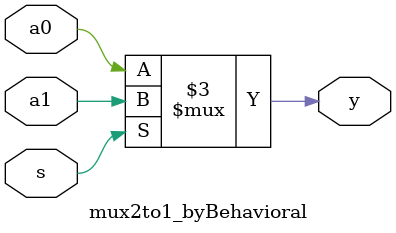
<source format=v>
`timescale 1ns / 1ps

module mux2to1_cmos(
    input a0,a1,s,
    output y
);
    wire temp;
    cmos_inverter cmos_inverter_init(s,temp);
    cmoscmos c0(a0,s,temp,y);
    cmoscmos c1(a1,temp,s,y);
endmodule
module cmoscmos(
    input source,p_gate,n_gate,
    output drain
);
    pmos p1(drain,source,p_gate);
    nmos n1(drain,source,n_gate);
endmodule

//logic gates style
module mux2to1_bybufif(
    input a0,a1,s,
    output y
);
    //bufif0 0使能的三态门 (drain,source,gate)
    //bufif1 1使能的三态门 (drain,source,gate)
    bufif0 bufif0_init(y,a0,s);
    bufif1 bufif1_init(y,a1,s);
endmodule

module mux2to1_bylogic(
    input a0,a1,s,
    output y
);
    wire temp,a0_sn,a1_s;
    not not_init(temp,s);
    and and0(a0_sn,a0,temp);
    and and1(a1_s,a1,s);
    or or_init(y,a0_sn,a1_s);
endmodule

//dataflow style 常用
module mux2to1_dataflow(
    input a0,a1,s,
    output y
);
    assign y=s?a1:a0;//y=~s&a0+s&a1;
endmodule

//behavioral style 常用
module mux2to1_byBehavioral(
    input a0,a1,s,
    output reg y
);  
//块内使用高级语言的形式，always块或者function块
always @(*) begin
    y=a0;
    if (s) begin
        y=a1;
    end
end

// function sel(input a0,input a1,input s);
//     begin
//         case(s)
//             1'b0:sel=a0;
//             1'b1:sel=a1;
//         endcase
//     end
// endfunction
endmodule
</source>
